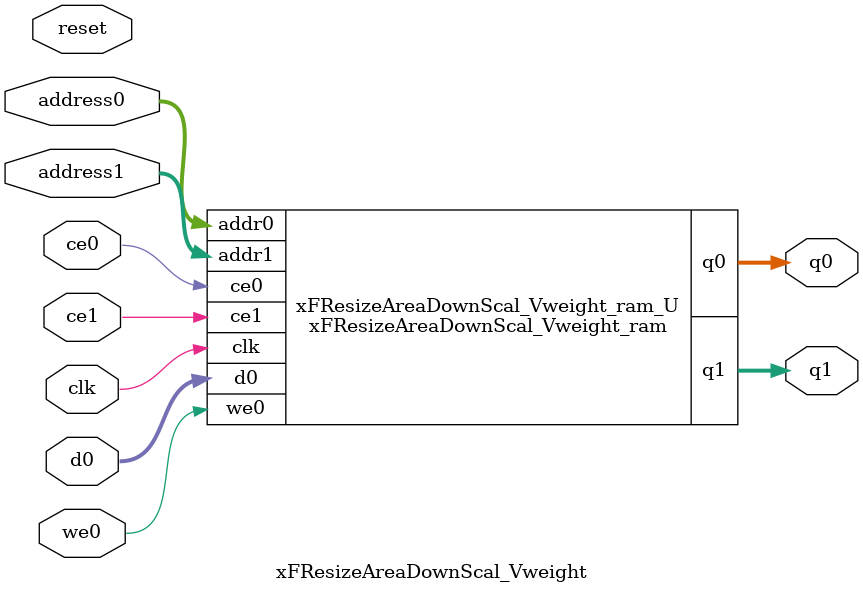
<source format=v>
`timescale 1 ns / 1 ps
module xFResizeAreaDownScal_Vweight_ram (addr0, ce0, d0, we0, q0, addr1, ce1, q1,  clk);

parameter DWIDTH = 16;
parameter AWIDTH = 10;
parameter MEM_SIZE = 720;

input[AWIDTH-1:0] addr0;
input ce0;
input[DWIDTH-1:0] d0;
input we0;
output reg[DWIDTH-1:0] q0;
input[AWIDTH-1:0] addr1;
input ce1;
output reg[DWIDTH-1:0] q1;
input clk;

(* ram_style = "block" *)reg [DWIDTH-1:0] ram[0:MEM_SIZE-1];




always @(posedge clk)  
begin 
    if (ce0) 
    begin
        if (we0) 
        begin 
            ram[addr0] <= d0; 
        end 
        q0 <= ram[addr0];
    end
end


always @(posedge clk)  
begin 
    if (ce1) 
    begin
        q1 <= ram[addr1];
    end
end


endmodule

`timescale 1 ns / 1 ps
module xFResizeAreaDownScal_Vweight(
    reset,
    clk,
    address0,
    ce0,
    we0,
    d0,
    q0,
    address1,
    ce1,
    q1);

parameter DataWidth = 32'd16;
parameter AddressRange = 32'd720;
parameter AddressWidth = 32'd10;
input reset;
input clk;
input[AddressWidth - 1:0] address0;
input ce0;
input we0;
input[DataWidth - 1:0] d0;
output[DataWidth - 1:0] q0;
input[AddressWidth - 1:0] address1;
input ce1;
output[DataWidth - 1:0] q1;



xFResizeAreaDownScal_Vweight_ram xFResizeAreaDownScal_Vweight_ram_U(
    .clk( clk ),
    .addr0( address0 ),
    .ce0( ce0 ),
    .we0( we0 ),
    .d0( d0 ),
    .q0( q0 ),
    .addr1( address1 ),
    .ce1( ce1 ),
    .q1( q1 ));

endmodule


</source>
